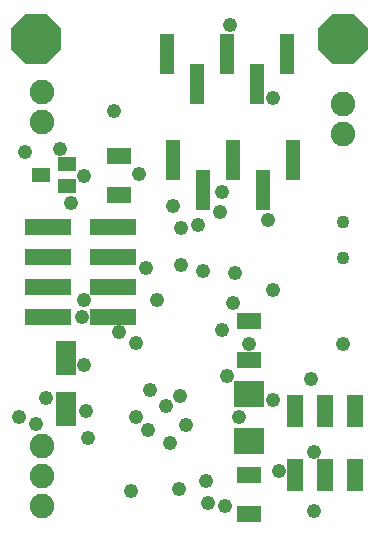
<source format=gbs>
G75*
%MOIN*%
%OFA0B0*%
%FSLAX25Y25*%
%IPPOS*%
%LPD*%
%AMOC8*
5,1,8,0,0,1.08239X$1,22.5*
%
%ADD10R,0.08300X0.05800*%
%ADD11R,0.10249X0.08674*%
%ADD12R,0.05800X0.10800*%
%ADD13C,0.08200*%
%ADD14R,0.06312X0.04737*%
%ADD15R,0.15800X0.05800*%
%ADD16R,0.07099X0.11800*%
%ADD17C,0.04343*%
%ADD18R,0.04800X0.13800*%
%ADD19C,0.04800*%
%ADD20OC8,0.16611*%
D10*
X0095635Y0011406D03*
X0095635Y0024406D03*
X0095635Y0062587D03*
X0095635Y0075587D03*
X0052328Y0117705D03*
X0052328Y0130705D03*
D11*
X0095635Y0051370D03*
X0095635Y0035622D03*
D12*
X0111226Y0045622D03*
X0121226Y0045622D03*
X0131226Y0045622D03*
X0131226Y0024126D03*
X0121226Y0024126D03*
X0111226Y0024126D03*
D13*
X0026737Y0013969D03*
X0026737Y0023969D03*
X0026737Y0033969D03*
X0026737Y0141921D03*
X0026737Y0151921D03*
X0127131Y0147984D03*
X0127131Y0137984D03*
D14*
X0035005Y0127945D03*
X0035005Y0120465D03*
X0026344Y0124205D03*
D15*
X0028706Y0106961D03*
X0028706Y0096961D03*
X0028706Y0086961D03*
X0028706Y0076961D03*
X0050306Y0076961D03*
X0050306Y0086961D03*
X0050306Y0096961D03*
X0050306Y0106961D03*
D16*
X0034612Y0063181D03*
X0034612Y0046276D03*
D17*
X0127131Y0096646D03*
X0127131Y0108457D03*
D18*
X0110478Y0129205D03*
X0100478Y0119205D03*
X0090478Y0129205D03*
X0080478Y0119205D03*
X0070478Y0129205D03*
X0078509Y0154638D03*
X0088509Y0164638D03*
X0098509Y0154638D03*
X0108509Y0164638D03*
X0068509Y0164638D03*
D19*
X0050758Y0145426D03*
X0032758Y0132826D03*
X0040858Y0123826D03*
X0036358Y0114826D03*
X0021058Y0132037D03*
X0059026Y0124726D03*
X0070558Y0113926D03*
X0073258Y0106726D03*
X0078658Y0107626D03*
X0086252Y0111845D03*
X0086758Y0118426D03*
X0102058Y0109313D03*
X0091258Y0091426D03*
X0090358Y0081526D03*
X0086758Y0072526D03*
X0095758Y0068026D03*
X0088558Y0057226D03*
X0092552Y0043613D03*
X0103858Y0049126D03*
X0116458Y0056326D03*
X0127258Y0068026D03*
X0103858Y0086026D03*
X0080458Y0092326D03*
X0073258Y0094126D03*
X0065158Y0082426D03*
X0061558Y0093226D03*
X0052389Y0071794D03*
X0057958Y0068194D03*
X0062626Y0052557D03*
X0068084Y0047157D03*
X0072921Y0050589D03*
X0074889Y0041026D03*
X0069489Y0034782D03*
X0062121Y0039394D03*
X0057958Y0043726D03*
X0041589Y0045526D03*
X0041983Y0036583D03*
X0028258Y0050026D03*
X0024715Y0041363D03*
X0019089Y0043726D03*
X0040858Y0060826D03*
X0039958Y0077026D03*
X0040858Y0082426D03*
X0081358Y0022126D03*
X0082258Y0014926D03*
X0087658Y0014026D03*
X0072358Y0019426D03*
X0056326Y0019032D03*
X0105658Y0025726D03*
X0117358Y0032026D03*
X0117358Y0012226D03*
X0103858Y0149926D03*
X0089458Y0174226D03*
D20*
X0127131Y0169480D03*
X0024769Y0169480D03*
M02*

</source>
